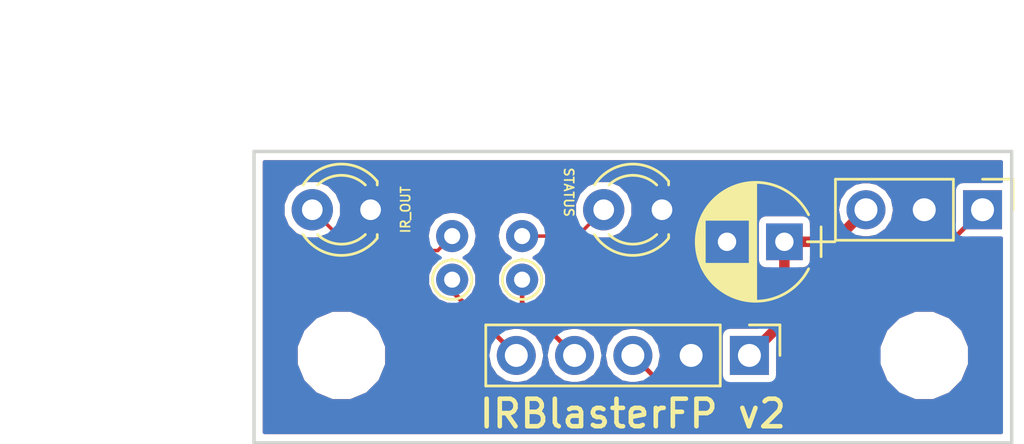
<source format=kicad_pcb>
(kicad_pcb (version 20171130) (host pcbnew "(5.0.1)-3")

  (general
    (thickness 1.6)
    (drawings 7)
    (tracks 20)
    (zones 0)
    (modules 9)
    (nets 8)
  )

  (page A4)
  (title_block
    (title "IRBlaster FP v2")
  )

  (layers
    (0 F.Cu signal)
    (31 B.Cu signal)
    (34 B.Paste user)
    (35 F.Paste user)
    (36 B.SilkS user)
    (37 F.SilkS user)
    (38 B.Mask user)
    (39 F.Mask user)
    (41 Cmts.User user)
    (44 Edge.Cuts user)
    (45 Margin user)
    (46 B.CrtYd user)
    (47 F.CrtYd user)
    (48 B.Fab user)
    (49 F.Fab user)
  )

  (setup
    (last_trace_width 0.1524)
    (trace_clearance 0.1524)
    (zone_clearance 0.3048)
    (zone_45_only no)
    (trace_min 0.1524)
    (segment_width 0.2)
    (edge_width 0.15)
    (via_size 0.6858)
    (via_drill 0.3302)
    (via_min_size 0.6858)
    (via_min_drill 0.3302)
    (uvia_size 0.508)
    (uvia_drill 0.254)
    (uvias_allowed no)
    (uvia_min_size 0.508)
    (uvia_min_drill 0.254)
    (pcb_text_width 0.3)
    (pcb_text_size 1.5 1.5)
    (mod_edge_width 0.15)
    (mod_text_size 1 1)
    (mod_text_width 0.15)
    (pad_size 1.524 1.524)
    (pad_drill 0.762)
    (pad_to_mask_clearance 0.0508)
    (solder_mask_min_width 0.25)
    (aux_axis_origin 0 0)
    (visible_elements 7FFFFF7F)
    (pcbplotparams
      (layerselection 0x00030_80000001)
      (usegerberextensions false)
      (usegerberattributes false)
      (usegerberadvancedattributes false)
      (creategerberjobfile false)
      (excludeedgelayer true)
      (linewidth 0.100000)
      (plotframeref false)
      (viasonmask false)
      (mode 1)
      (useauxorigin false)
      (hpglpennumber 1)
      (hpglpenspeed 20)
      (hpglpendiameter 15.000000)
      (psnegative false)
      (psa4output false)
      (plotreference true)
      (plotvalue true)
      (plotinvisibletext false)
      (padsonsilk false)
      (subtractmaskfromsilk false)
      (outputformat 1)
      (mirror false)
      (drillshape 1)
      (scaleselection 1)
      (outputdirectory ""))
  )

  (net 0 "")
  (net 1 /GND)
  (net 2 /3.3V)
  (net 3 /IR_OUT)
  (net 4 /STATUS)
  (net 5 /IR_IN)
  (net 6 "Net-(D1-Pad2)")
  (net 7 "Net-(D2-Pad2)")

  (net_class Default "This is the default net class."
    (clearance 0.1524)
    (trace_width 0.1524)
    (via_dia 0.6858)
    (via_drill 0.3302)
    (uvia_dia 0.508)
    (uvia_drill 0.254)
    (add_net "Net-(D1-Pad2)")
    (add_net "Net-(D2-Pad2)")
  )

  (net_class Power ""
    (clearance 0.1524)
    (trace_width 0.4572)
    (via_dia 0.6858)
    (via_drill 0.3302)
    (uvia_dia 0.508)
    (uvia_drill 0.254)
    (add_net /3.3V)
    (add_net /GND)
  )

  (net_class Signal ""
    (clearance 0.1524)
    (trace_width 0.2032)
    (via_dia 0.6858)
    (via_drill 0.3302)
    (uvia_dia 0.508)
    (uvia_drill 0.254)
    (add_net /IR_IN)
    (add_net /IR_OUT)
    (add_net /STATUS)
  )

  (module Resistors_THT:R_Axial_DIN0204_L3.6mm_D1.6mm_P1.90mm_Vertical (layer F.Cu) (tedit 5DC1D44B) (tstamp 5DC1DCD6)
    (at 147.574 97.028 90)
    (descr "Resistor, Axial_DIN0204 series, Axial, Vertical, pin pitch=1.9mm, 0.16666666666666666W = 1/6W, length*diameter=3.6*1.6mm^2, http://cdn-reichelt.de/documents/datenblatt/B400/1_4W%23YAG.pdf")
    (tags "Resistor Axial_DIN0204 series Axial Vertical pin pitch 1.9mm 0.16666666666666666W = 1/6W length 3.6mm diameter 1.6mm")
    (path /5DC1D326)
    (fp_text reference R2 (at 0 0 90) (layer F.Fab) hide
      (effects (font (size 1 1) (thickness 0.15)))
    )
    (fp_text value 750 (at 0 0 90) (layer F.Fab) hide
      (effects (font (size 1 1) (thickness 0.15)))
    )
    (fp_circle (center 0 0) (end 0.8 0) (layer F.Fab) (width 0.1))
    (fp_circle (center 0 0) (end 0.86 0) (layer F.SilkS) (width 0.12))
    (fp_line (start 0 0) (end 1.9 0) (layer F.Fab) (width 0.1))
    (fp_line (start 0.86 0) (end 0.9 0) (layer F.SilkS) (width 0.12))
    (fp_line (start -1.15 -1.15) (end -1.15 1.15) (layer F.CrtYd) (width 0.05))
    (fp_line (start -1.15 1.15) (end 2.95 1.15) (layer F.CrtYd) (width 0.05))
    (fp_line (start 2.95 1.15) (end 2.95 -1.15) (layer F.CrtYd) (width 0.05))
    (fp_line (start 2.95 -1.15) (end -1.15 -1.15) (layer F.CrtYd) (width 0.05))
    (pad 1 thru_hole circle (at 0 0 90) (size 1.4 1.4) (drill 0.7) (layers *.Cu *.Mask)
      (net 4 /STATUS))
    (pad 2 thru_hole oval (at 1.9 0 90) (size 1.4 1.4) (drill 0.7) (layers *.Cu *.Mask)
      (net 7 "Net-(D2-Pad2)"))
    (model ${KISYS3DMOD}/Resistors_THT.3dshapes/R_Axial_DIN0204_L3.6mm_D1.6mm_P1.90mm_Vertical.wrl
      (at (xyz 0 0 0))
      (scale (xyz 0.393701 0.393701 0.393701))
      (rotate (xyz 0 0 0))
    )
  )

  (module Resistors_THT:R_Axial_DIN0204_L3.6mm_D1.6mm_P1.90mm_Vertical (layer F.Cu) (tedit 5DC1D445) (tstamp 5DD9B82F)
    (at 144.526 97.028 90)
    (descr "Resistor, Axial_DIN0204 series, Axial, Vertical, pin pitch=1.9mm, 0.16666666666666666W = 1/6W, length*diameter=3.6*1.6mm^2, http://cdn-reichelt.de/documents/datenblatt/B400/1_4W%23YAG.pdf")
    (tags "Resistor Axial_DIN0204 series Axial Vertical pin pitch 1.9mm 0.16666666666666666W = 1/6W length 3.6mm diameter 1.6mm")
    (path /5DC1D2DC)
    (fp_text reference R1 (at 0 0 90) (layer F.Fab) hide
      (effects (font (size 1 1) (thickness 0.15)))
    )
    (fp_text value 750 (at 0 0 90) (layer F.Fab) hide
      (effects (font (size 1 1) (thickness 0.15)))
    )
    (fp_line (start 2.95 -1.15) (end -1.15 -1.15) (layer F.CrtYd) (width 0.05))
    (fp_line (start 2.95 1.15) (end 2.95 -1.15) (layer F.CrtYd) (width 0.05))
    (fp_line (start -1.15 1.15) (end 2.95 1.15) (layer F.CrtYd) (width 0.05))
    (fp_line (start -1.15 -1.15) (end -1.15 1.15) (layer F.CrtYd) (width 0.05))
    (fp_line (start 0.86 0) (end 0.9 0) (layer F.SilkS) (width 0.12))
    (fp_line (start 0 0) (end 1.9 0) (layer F.Fab) (width 0.1))
    (fp_circle (center 0 0) (end 0.86 0) (layer F.SilkS) (width 0.12))
    (fp_circle (center 0 0) (end 0.8 0) (layer F.Fab) (width 0.1))
    (pad 2 thru_hole oval (at 1.9 0 90) (size 1.4 1.4) (drill 0.7) (layers *.Cu *.Mask)
      (net 6 "Net-(D1-Pad2)"))
    (pad 1 thru_hole circle (at 0 0 90) (size 1.4 1.4) (drill 0.7) (layers *.Cu *.Mask)
      (net 3 /IR_OUT))
    (model ${KISYS3DMOD}/Resistors_THT.3dshapes/R_Axial_DIN0204_L3.6mm_D1.6mm_P1.90mm_Vertical.wrl
      (at (xyz 0 0 0))
      (scale (xyz 0.393701 0.393701 0.393701))
      (rotate (xyz 0 0 0))
    )
  )

  (module Mounting_Holes:MountingHole_3.2mm_M3 (layer F.Cu) (tedit 5DC1CE6D) (tstamp 5DC1D664)
    (at 165.1 100.33)
    (descr "Mounting Hole 3.2mm, no annular, M3")
    (tags "mounting hole 3.2mm no annular m3")
    (attr virtual)
    (fp_text reference REF** (at 0 0) (layer F.Fab) hide
      (effects (font (size 1 1) (thickness 0.15)))
    )
    (fp_text value MountingHole_3.2mm_M3 (at 0 4.2) (layer F.Fab) hide
      (effects (font (size 1 1) (thickness 0.15)))
    )
    (fp_circle (center 0 0) (end 3.45 0) (layer F.CrtYd) (width 0.05))
    (fp_circle (center 0 0) (end 3.2 0) (layer Cmts.User) (width 0.15))
    (fp_text user %R (at 0.3 0) (layer F.Fab) hide
      (effects (font (size 1 1) (thickness 0.15)))
    )
    (pad 1 np_thru_hole circle (at 0 0) (size 3.2 3.2) (drill 3.2) (layers *.Cu *.Mask))
  )

  (module LEDs:LED_D3.0mm (layer F.Cu) (tedit 5DC1CBE7) (tstamp 5DC1CB3D)
    (at 140.97 93.98 180)
    (descr "LED, diameter 3.0mm, 2 pins")
    (tags "LED diameter 3.0mm 2 pins")
    (path /5DBC6F3B)
    (fp_text reference D1 (at 0 0 180) (layer F.Fab) hide
      (effects (font (size 1 1) (thickness 0.15)))
    )
    (fp_text value IR_OUT (at -1.524 0 270) (layer F.SilkS)
      (effects (font (size 0.4 0.4) (thickness 0.075)))
    )
    (fp_line (start 3.7 -2.25) (end -1.15 -2.25) (layer F.CrtYd) (width 0.05))
    (fp_line (start 3.7 2.25) (end 3.7 -2.25) (layer F.CrtYd) (width 0.05))
    (fp_line (start -1.15 2.25) (end 3.7 2.25) (layer F.CrtYd) (width 0.05))
    (fp_line (start -1.15 -2.25) (end -1.15 2.25) (layer F.CrtYd) (width 0.05))
    (fp_line (start -0.29 1.08) (end -0.29 1.236) (layer F.SilkS) (width 0.12))
    (fp_line (start -0.29 -1.236) (end -0.29 -1.08) (layer F.SilkS) (width 0.12))
    (fp_line (start -0.23 -1.16619) (end -0.23 1.16619) (layer F.Fab) (width 0.1))
    (fp_circle (center 1.27 0) (end 2.77 0) (layer F.Fab) (width 0.1))
    (fp_arc (start 1.27 0) (end 0.229039 1.08) (angle -87.9) (layer F.SilkS) (width 0.12))
    (fp_arc (start 1.27 0) (end 0.229039 -1.08) (angle 87.9) (layer F.SilkS) (width 0.12))
    (fp_arc (start 1.27 0) (end -0.29 1.235516) (angle -108.8) (layer F.SilkS) (width 0.12))
    (fp_arc (start 1.27 0) (end -0.29 -1.235516) (angle 108.8) (layer F.SilkS) (width 0.12))
    (fp_arc (start 1.27 0) (end -0.23 -1.16619) (angle 284.3) (layer F.Fab) (width 0.1))
    (pad 2 thru_hole circle (at 2.54 0 180) (size 1.8 1.8) (drill 0.9) (layers *.Cu *.Mask)
      (net 6 "Net-(D1-Pad2)"))
    (pad 1 thru_hole rect (at 0 0 180) (size 1.8 1.8) (drill 0.9) (layers *.Cu *.Mask)
      (net 1 /GND))
    (model ${KISYS3DMOD}/LEDs.3dshapes/LED_D3.0mm.wrl
      (at (xyz 0 0 0))
      (scale (xyz 0.393701 0.393701 0.393701))
      (rotate (xyz 0 0 0))
    )
  )

  (module LEDs:LED_D3.0mm (layer F.Cu) (tedit 5DC1D17D) (tstamp 5DC1CB50)
    (at 153.67 93.98 180)
    (descr "LED, diameter 3.0mm, 2 pins")
    (tags "LED diameter 3.0mm 2 pins")
    (path /5DBC71CC)
    (fp_text reference D2 (at 0 0 180) (layer F.Fab) hide
      (effects (font (size 1 1) (thickness 0.15)))
    )
    (fp_text value STATUS (at 4.064 0.762 270 unlocked) (layer F.SilkS)
      (effects (font (size 0.4 0.4) (thickness 0.075)))
    )
    (fp_arc (start 1.27 0) (end -0.23 -1.16619) (angle 284.3) (layer F.Fab) (width 0.1))
    (fp_arc (start 1.27 0) (end -0.29 -1.235516) (angle 108.8) (layer F.SilkS) (width 0.12))
    (fp_arc (start 1.27 0) (end -0.29 1.235516) (angle -108.8) (layer F.SilkS) (width 0.12))
    (fp_arc (start 1.27 0) (end 0.229039 -1.08) (angle 87.9) (layer F.SilkS) (width 0.12))
    (fp_arc (start 1.27 0) (end 0.229039 1.08) (angle -87.9) (layer F.SilkS) (width 0.12))
    (fp_circle (center 1.27 0) (end 2.77 0) (layer F.Fab) (width 0.1))
    (fp_line (start -0.23 -1.16619) (end -0.23 1.16619) (layer F.Fab) (width 0.1))
    (fp_line (start -0.29 -1.236) (end -0.29 -1.08) (layer F.SilkS) (width 0.12))
    (fp_line (start -0.29 1.08) (end -0.29 1.236) (layer F.SilkS) (width 0.12))
    (fp_line (start -1.15 -2.25) (end -1.15 2.25) (layer F.CrtYd) (width 0.05))
    (fp_line (start -1.15 2.25) (end 3.7 2.25) (layer F.CrtYd) (width 0.05))
    (fp_line (start 3.7 2.25) (end 3.7 -2.25) (layer F.CrtYd) (width 0.05))
    (fp_line (start 3.7 -2.25) (end -1.15 -2.25) (layer F.CrtYd) (width 0.05))
    (pad 1 thru_hole rect (at 0 0 180) (size 1.8 1.8) (drill 0.9) (layers *.Cu *.Mask)
      (net 1 /GND))
    (pad 2 thru_hole circle (at 2.54 0 180) (size 1.8 1.8) (drill 0.9) (layers *.Cu *.Mask)
      (net 7 "Net-(D2-Pad2)"))
    (model ${KISYS3DMOD}/LEDs.3dshapes/LED_D3.0mm.wrl
      (at (xyz 0 0 0))
      (scale (xyz 0.393701 0.393701 0.393701))
      (rotate (xyz 0 0 0))
    )
  )

  (module Pin_Headers:Pin_Header_Straight_1x05_Pitch2.54mm (layer F.Cu) (tedit 5DC1CF3C) (tstamp 5DC1CB69)
    (at 157.48 100.33 270)
    (descr "Through hole straight pin header, 1x05, 2.54mm pitch, single row")
    (tags "Through hole pin header THT 1x05 2.54mm single row")
    (path /5DBC76CB)
    (fp_text reference J1 (at 0 0 270) (layer F.Fab) hide
      (effects (font (size 1 1) (thickness 0.15)))
    )
    (fp_text value "Front Panel" (at 0 12.49 270) (layer F.Fab) hide
      (effects (font (size 1 1) (thickness 0.15)))
    )
    (fp_text user %R (at 0 5.08) (layer F.Fab) hide
      (effects (font (size 1 1) (thickness 0.15)))
    )
    (fp_line (start 1.8 -1.8) (end -1.8 -1.8) (layer F.CrtYd) (width 0.05))
    (fp_line (start 1.8 11.95) (end 1.8 -1.8) (layer F.CrtYd) (width 0.05))
    (fp_line (start -1.8 11.95) (end 1.8 11.95) (layer F.CrtYd) (width 0.05))
    (fp_line (start -1.8 -1.8) (end -1.8 11.95) (layer F.CrtYd) (width 0.05))
    (fp_line (start -1.33 -1.33) (end 0 -1.33) (layer F.SilkS) (width 0.12))
    (fp_line (start -1.33 0) (end -1.33 -1.33) (layer F.SilkS) (width 0.12))
    (fp_line (start -1.33 1.27) (end 1.33 1.27) (layer F.SilkS) (width 0.12))
    (fp_line (start 1.33 1.27) (end 1.33 11.49) (layer F.SilkS) (width 0.12))
    (fp_line (start -1.33 1.27) (end -1.33 11.49) (layer F.SilkS) (width 0.12))
    (fp_line (start -1.33 11.49) (end 1.33 11.49) (layer F.SilkS) (width 0.12))
    (fp_line (start -1.27 -0.635) (end -0.635 -1.27) (layer F.Fab) (width 0.1))
    (fp_line (start -1.27 11.43) (end -1.27 -0.635) (layer F.Fab) (width 0.1))
    (fp_line (start 1.27 11.43) (end -1.27 11.43) (layer F.Fab) (width 0.1))
    (fp_line (start 1.27 -1.27) (end 1.27 11.43) (layer F.Fab) (width 0.1))
    (fp_line (start -0.635 -1.27) (end 1.27 -1.27) (layer F.Fab) (width 0.1))
    (pad 5 thru_hole oval (at 0 10.16 270) (size 1.7 1.7) (drill 1) (layers *.Cu *.Mask)
      (net 3 /IR_OUT))
    (pad 4 thru_hole oval (at 0 7.62 270) (size 1.7 1.7) (drill 1) (layers *.Cu *.Mask)
      (net 4 /STATUS))
    (pad 3 thru_hole oval (at 0 5.08 270) (size 1.7 1.7) (drill 1) (layers *.Cu *.Mask)
      (net 5 /IR_IN))
    (pad 2 thru_hole oval (at 0 2.54 270) (size 1.7 1.7) (drill 1) (layers *.Cu *.Mask)
      (net 1 /GND))
    (pad 1 thru_hole rect (at 0 0 270) (size 1.7 1.7) (drill 1) (layers *.Cu *.Mask)
      (net 2 /3.3V))
    (model ${KISYS3DMOD}/Pin_Headers.3dshapes/Pin_Header_Straight_1x05_Pitch2.54mm.wrl
      (at (xyz 0 0 0))
      (scale (xyz 1 1 1))
      (rotate (xyz 0 0 0))
    )
  )

  (module Pin_Headers:Pin_Header_Straight_1x03_Pitch2.54mm (layer F.Cu) (tedit 5DC1CBA7) (tstamp 5DC1CB80)
    (at 167.64 93.98 270)
    (descr "Through hole straight pin header, 1x03, 2.54mm pitch, single row")
    (tags "Through hole pin header THT 1x03 2.54mm single row")
    (path /5DBC6E83)
    (fp_text reference U1 (at 0 0 270) (layer F.Fab) hide
      (effects (font (size 1 1) (thickness 0.15)))
    )
    (fp_text value TSOP38238 (at 0 2.54 unlocked) (layer F.Fab) hide
      (effects (font (size 1 1) (thickness 0.15)))
    )
    (fp_text user %R (at 0 2.54) (layer F.Fab) hide
      (effects (font (size 1 1) (thickness 0.15)))
    )
    (fp_line (start 1.8 -1.8) (end -1.8 -1.8) (layer F.CrtYd) (width 0.05))
    (fp_line (start 1.8 6.85) (end 1.8 -1.8) (layer F.CrtYd) (width 0.05))
    (fp_line (start -1.8 6.85) (end 1.8 6.85) (layer F.CrtYd) (width 0.05))
    (fp_line (start -1.8 -1.8) (end -1.8 6.85) (layer F.CrtYd) (width 0.05))
    (fp_line (start -1.33 -1.33) (end 0 -1.33) (layer F.SilkS) (width 0.12))
    (fp_line (start -1.33 0) (end -1.33 -1.33) (layer F.SilkS) (width 0.12))
    (fp_line (start -1.33 1.27) (end 1.33 1.27) (layer F.SilkS) (width 0.12))
    (fp_line (start 1.33 1.27) (end 1.33 6.41) (layer F.SilkS) (width 0.12))
    (fp_line (start -1.33 1.27) (end -1.33 6.41) (layer F.SilkS) (width 0.12))
    (fp_line (start -1.33 6.41) (end 1.33 6.41) (layer F.SilkS) (width 0.12))
    (fp_line (start -1.27 -0.635) (end -0.635 -1.27) (layer F.Fab) (width 0.1))
    (fp_line (start -1.27 6.35) (end -1.27 -0.635) (layer F.Fab) (width 0.1))
    (fp_line (start 1.27 6.35) (end -1.27 6.35) (layer F.Fab) (width 0.1))
    (fp_line (start 1.27 -1.27) (end 1.27 6.35) (layer F.Fab) (width 0.1))
    (fp_line (start -0.635 -1.27) (end 1.27 -1.27) (layer F.Fab) (width 0.1))
    (pad 3 thru_hole oval (at 0 5.08 270) (size 1.7 1.7) (drill 1) (layers *.Cu *.Mask)
      (net 2 /3.3V))
    (pad 2 thru_hole oval (at 0 2.54 270) (size 1.7 1.7) (drill 1) (layers *.Cu *.Mask)
      (net 1 /GND))
    (pad 1 thru_hole rect (at 0 0 270) (size 1.7 1.7) (drill 1) (layers *.Cu *.Mask)
      (net 5 /IR_IN))
    (model ${KISYS3DMOD}/Pin_Headers.3dshapes/Pin_Header_Straight_1x03_Pitch2.54mm.wrl
      (at (xyz 0 0 0))
      (scale (xyz 1 1 1))
      (rotate (xyz 0 0 0))
    )
  )

  (module Capacitors_THT:CP_Radial_D5.0mm_P2.50mm (layer F.Cu) (tedit 5DC1CEA0) (tstamp 5DC1D478)
    (at 159.004 95.377 180)
    (descr "CP, Radial series, Radial, pin pitch=2.50mm, , diameter=5mm, Electrolytic Capacitor")
    (tags "CP Radial series Radial pin pitch 2.50mm  diameter 5mm Electrolytic Capacitor")
    (path /5DC1CE96)
    (fp_text reference C1 (at 0 0 180) (layer F.Fab) hide
      (effects (font (size 1 1) (thickness 0.15)))
    )
    (fp_text value 1uF (at 0 0 180) (layer F.Fab) hide
      (effects (font (size 1 1) (thickness 0.15)))
    )
    (fp_text user %R (at 1.25 0 180) (layer F.Fab) hide
      (effects (font (size 1 1) (thickness 0.15)))
    )
    (fp_line (start 4.1 -2.85) (end -1.6 -2.85) (layer F.CrtYd) (width 0.05))
    (fp_line (start 4.1 2.85) (end 4.1 -2.85) (layer F.CrtYd) (width 0.05))
    (fp_line (start -1.6 2.85) (end 4.1 2.85) (layer F.CrtYd) (width 0.05))
    (fp_line (start -1.6 -2.85) (end -1.6 2.85) (layer F.CrtYd) (width 0.05))
    (fp_line (start -1.6 -0.65) (end -1.6 0.65) (layer F.SilkS) (width 0.12))
    (fp_line (start -2.2 0) (end -1 0) (layer F.SilkS) (width 0.12))
    (fp_line (start 3.811 -0.354) (end 3.811 0.354) (layer F.SilkS) (width 0.12))
    (fp_line (start 3.771 -0.559) (end 3.771 0.559) (layer F.SilkS) (width 0.12))
    (fp_line (start 3.731 -0.707) (end 3.731 0.707) (layer F.SilkS) (width 0.12))
    (fp_line (start 3.691 -0.829) (end 3.691 0.829) (layer F.SilkS) (width 0.12))
    (fp_line (start 3.651 -0.934) (end 3.651 0.934) (layer F.SilkS) (width 0.12))
    (fp_line (start 3.611 -1.028) (end 3.611 1.028) (layer F.SilkS) (width 0.12))
    (fp_line (start 3.571 -1.112) (end 3.571 1.112) (layer F.SilkS) (width 0.12))
    (fp_line (start 3.531 -1.189) (end 3.531 1.189) (layer F.SilkS) (width 0.12))
    (fp_line (start 3.491 -1.261) (end 3.491 1.261) (layer F.SilkS) (width 0.12))
    (fp_line (start 3.451 0.98) (end 3.451 1.327) (layer F.SilkS) (width 0.12))
    (fp_line (start 3.451 -1.327) (end 3.451 -0.98) (layer F.SilkS) (width 0.12))
    (fp_line (start 3.411 0.98) (end 3.411 1.39) (layer F.SilkS) (width 0.12))
    (fp_line (start 3.411 -1.39) (end 3.411 -0.98) (layer F.SilkS) (width 0.12))
    (fp_line (start 3.371 0.98) (end 3.371 1.448) (layer F.SilkS) (width 0.12))
    (fp_line (start 3.371 -1.448) (end 3.371 -0.98) (layer F.SilkS) (width 0.12))
    (fp_line (start 3.331 0.98) (end 3.331 1.504) (layer F.SilkS) (width 0.12))
    (fp_line (start 3.331 -1.504) (end 3.331 -0.98) (layer F.SilkS) (width 0.12))
    (fp_line (start 3.291 0.98) (end 3.291 1.556) (layer F.SilkS) (width 0.12))
    (fp_line (start 3.291 -1.556) (end 3.291 -0.98) (layer F.SilkS) (width 0.12))
    (fp_line (start 3.251 0.98) (end 3.251 1.606) (layer F.SilkS) (width 0.12))
    (fp_line (start 3.251 -1.606) (end 3.251 -0.98) (layer F.SilkS) (width 0.12))
    (fp_line (start 3.211 0.98) (end 3.211 1.654) (layer F.SilkS) (width 0.12))
    (fp_line (start 3.211 -1.654) (end 3.211 -0.98) (layer F.SilkS) (width 0.12))
    (fp_line (start 3.171 0.98) (end 3.171 1.699) (layer F.SilkS) (width 0.12))
    (fp_line (start 3.171 -1.699) (end 3.171 -0.98) (layer F.SilkS) (width 0.12))
    (fp_line (start 3.131 0.98) (end 3.131 1.742) (layer F.SilkS) (width 0.12))
    (fp_line (start 3.131 -1.742) (end 3.131 -0.98) (layer F.SilkS) (width 0.12))
    (fp_line (start 3.091 0.98) (end 3.091 1.783) (layer F.SilkS) (width 0.12))
    (fp_line (start 3.091 -1.783) (end 3.091 -0.98) (layer F.SilkS) (width 0.12))
    (fp_line (start 3.051 0.98) (end 3.051 1.823) (layer F.SilkS) (width 0.12))
    (fp_line (start 3.051 -1.823) (end 3.051 -0.98) (layer F.SilkS) (width 0.12))
    (fp_line (start 3.011 0.98) (end 3.011 1.861) (layer F.SilkS) (width 0.12))
    (fp_line (start 3.011 -1.861) (end 3.011 -0.98) (layer F.SilkS) (width 0.12))
    (fp_line (start 2.971 0.98) (end 2.971 1.897) (layer F.SilkS) (width 0.12))
    (fp_line (start 2.971 -1.897) (end 2.971 -0.98) (layer F.SilkS) (width 0.12))
    (fp_line (start 2.931 0.98) (end 2.931 1.932) (layer F.SilkS) (width 0.12))
    (fp_line (start 2.931 -1.932) (end 2.931 -0.98) (layer F.SilkS) (width 0.12))
    (fp_line (start 2.891 0.98) (end 2.891 1.965) (layer F.SilkS) (width 0.12))
    (fp_line (start 2.891 -1.965) (end 2.891 -0.98) (layer F.SilkS) (width 0.12))
    (fp_line (start 2.851 0.98) (end 2.851 1.997) (layer F.SilkS) (width 0.12))
    (fp_line (start 2.851 -1.997) (end 2.851 -0.98) (layer F.SilkS) (width 0.12))
    (fp_line (start 2.811 0.98) (end 2.811 2.028) (layer F.SilkS) (width 0.12))
    (fp_line (start 2.811 -2.028) (end 2.811 -0.98) (layer F.SilkS) (width 0.12))
    (fp_line (start 2.771 0.98) (end 2.771 2.058) (layer F.SilkS) (width 0.12))
    (fp_line (start 2.771 -2.058) (end 2.771 -0.98) (layer F.SilkS) (width 0.12))
    (fp_line (start 2.731 0.98) (end 2.731 2.086) (layer F.SilkS) (width 0.12))
    (fp_line (start 2.731 -2.086) (end 2.731 -0.98) (layer F.SilkS) (width 0.12))
    (fp_line (start 2.691 0.98) (end 2.691 2.113) (layer F.SilkS) (width 0.12))
    (fp_line (start 2.691 -2.113) (end 2.691 -0.98) (layer F.SilkS) (width 0.12))
    (fp_line (start 2.651 0.98) (end 2.651 2.14) (layer F.SilkS) (width 0.12))
    (fp_line (start 2.651 -2.14) (end 2.651 -0.98) (layer F.SilkS) (width 0.12))
    (fp_line (start 2.611 0.98) (end 2.611 2.165) (layer F.SilkS) (width 0.12))
    (fp_line (start 2.611 -2.165) (end 2.611 -0.98) (layer F.SilkS) (width 0.12))
    (fp_line (start 2.571 0.98) (end 2.571 2.189) (layer F.SilkS) (width 0.12))
    (fp_line (start 2.571 -2.189) (end 2.571 -0.98) (layer F.SilkS) (width 0.12))
    (fp_line (start 2.531 0.98) (end 2.531 2.212) (layer F.SilkS) (width 0.12))
    (fp_line (start 2.531 -2.212) (end 2.531 -0.98) (layer F.SilkS) (width 0.12))
    (fp_line (start 2.491 0.98) (end 2.491 2.234) (layer F.SilkS) (width 0.12))
    (fp_line (start 2.491 -2.234) (end 2.491 -0.98) (layer F.SilkS) (width 0.12))
    (fp_line (start 2.451 0.98) (end 2.451 2.256) (layer F.SilkS) (width 0.12))
    (fp_line (start 2.451 -2.256) (end 2.451 -0.98) (layer F.SilkS) (width 0.12))
    (fp_line (start 2.411 0.98) (end 2.411 2.276) (layer F.SilkS) (width 0.12))
    (fp_line (start 2.411 -2.276) (end 2.411 -0.98) (layer F.SilkS) (width 0.12))
    (fp_line (start 2.371 0.98) (end 2.371 2.296) (layer F.SilkS) (width 0.12))
    (fp_line (start 2.371 -2.296) (end 2.371 -0.98) (layer F.SilkS) (width 0.12))
    (fp_line (start 2.331 0.98) (end 2.331 2.315) (layer F.SilkS) (width 0.12))
    (fp_line (start 2.331 -2.315) (end 2.331 -0.98) (layer F.SilkS) (width 0.12))
    (fp_line (start 2.291 0.98) (end 2.291 2.333) (layer F.SilkS) (width 0.12))
    (fp_line (start 2.291 -2.333) (end 2.291 -0.98) (layer F.SilkS) (width 0.12))
    (fp_line (start 2.251 0.98) (end 2.251 2.35) (layer F.SilkS) (width 0.12))
    (fp_line (start 2.251 -2.35) (end 2.251 -0.98) (layer F.SilkS) (width 0.12))
    (fp_line (start 2.211 0.98) (end 2.211 2.366) (layer F.SilkS) (width 0.12))
    (fp_line (start 2.211 -2.366) (end 2.211 -0.98) (layer F.SilkS) (width 0.12))
    (fp_line (start 2.171 0.98) (end 2.171 2.382) (layer F.SilkS) (width 0.12))
    (fp_line (start 2.171 -2.382) (end 2.171 -0.98) (layer F.SilkS) (width 0.12))
    (fp_line (start 2.131 0.98) (end 2.131 2.396) (layer F.SilkS) (width 0.12))
    (fp_line (start 2.131 -2.396) (end 2.131 -0.98) (layer F.SilkS) (width 0.12))
    (fp_line (start 2.091 0.98) (end 2.091 2.41) (layer F.SilkS) (width 0.12))
    (fp_line (start 2.091 -2.41) (end 2.091 -0.98) (layer F.SilkS) (width 0.12))
    (fp_line (start 2.051 0.98) (end 2.051 2.424) (layer F.SilkS) (width 0.12))
    (fp_line (start 2.051 -2.424) (end 2.051 -0.98) (layer F.SilkS) (width 0.12))
    (fp_line (start 2.011 0.98) (end 2.011 2.436) (layer F.SilkS) (width 0.12))
    (fp_line (start 2.011 -2.436) (end 2.011 -0.98) (layer F.SilkS) (width 0.12))
    (fp_line (start 1.971 0.98) (end 1.971 2.448) (layer F.SilkS) (width 0.12))
    (fp_line (start 1.971 -2.448) (end 1.971 -0.98) (layer F.SilkS) (width 0.12))
    (fp_line (start 1.93 0.98) (end 1.93 2.46) (layer F.SilkS) (width 0.12))
    (fp_line (start 1.93 -2.46) (end 1.93 -0.98) (layer F.SilkS) (width 0.12))
    (fp_line (start 1.89 0.98) (end 1.89 2.47) (layer F.SilkS) (width 0.12))
    (fp_line (start 1.89 -2.47) (end 1.89 -0.98) (layer F.SilkS) (width 0.12))
    (fp_line (start 1.85 0.98) (end 1.85 2.48) (layer F.SilkS) (width 0.12))
    (fp_line (start 1.85 -2.48) (end 1.85 -0.98) (layer F.SilkS) (width 0.12))
    (fp_line (start 1.81 0.98) (end 1.81 2.489) (layer F.SilkS) (width 0.12))
    (fp_line (start 1.81 -2.489) (end 1.81 -0.98) (layer F.SilkS) (width 0.12))
    (fp_line (start 1.77 0.98) (end 1.77 2.498) (layer F.SilkS) (width 0.12))
    (fp_line (start 1.77 -2.498) (end 1.77 -0.98) (layer F.SilkS) (width 0.12))
    (fp_line (start 1.73 0.98) (end 1.73 2.506) (layer F.SilkS) (width 0.12))
    (fp_line (start 1.73 -2.506) (end 1.73 -0.98) (layer F.SilkS) (width 0.12))
    (fp_line (start 1.69 0.98) (end 1.69 2.513) (layer F.SilkS) (width 0.12))
    (fp_line (start 1.69 -2.513) (end 1.69 -0.98) (layer F.SilkS) (width 0.12))
    (fp_line (start 1.65 0.98) (end 1.65 2.519) (layer F.SilkS) (width 0.12))
    (fp_line (start 1.65 -2.519) (end 1.65 -0.98) (layer F.SilkS) (width 0.12))
    (fp_line (start 1.61 0.98) (end 1.61 2.525) (layer F.SilkS) (width 0.12))
    (fp_line (start 1.61 -2.525) (end 1.61 -0.98) (layer F.SilkS) (width 0.12))
    (fp_line (start 1.57 0.98) (end 1.57 2.531) (layer F.SilkS) (width 0.12))
    (fp_line (start 1.57 -2.531) (end 1.57 -0.98) (layer F.SilkS) (width 0.12))
    (fp_line (start 1.53 0.98) (end 1.53 2.535) (layer F.SilkS) (width 0.12))
    (fp_line (start 1.53 -2.535) (end 1.53 -0.98) (layer F.SilkS) (width 0.12))
    (fp_line (start 1.49 -2.539) (end 1.49 2.539) (layer F.SilkS) (width 0.12))
    (fp_line (start 1.45 -2.543) (end 1.45 2.543) (layer F.SilkS) (width 0.12))
    (fp_line (start 1.41 -2.546) (end 1.41 2.546) (layer F.SilkS) (width 0.12))
    (fp_line (start 1.37 -2.548) (end 1.37 2.548) (layer F.SilkS) (width 0.12))
    (fp_line (start 1.33 -2.549) (end 1.33 2.549) (layer F.SilkS) (width 0.12))
    (fp_line (start 1.29 -2.55) (end 1.29 2.55) (layer F.SilkS) (width 0.12))
    (fp_line (start 1.25 -2.55) (end 1.25 2.55) (layer F.SilkS) (width 0.12))
    (fp_line (start -1.6 -0.65) (end -1.6 0.65) (layer F.Fab) (width 0.1))
    (fp_line (start -2.2 0) (end -1 0) (layer F.Fab) (width 0.1))
    (fp_circle (center 1.25 0) (end 3.75 0) (layer F.Fab) (width 0.1))
    (fp_arc (start 1.25 0) (end 3.55558 -1.18) (angle 54.2) (layer F.SilkS) (width 0.12))
    (fp_arc (start 1.25 0) (end -1.05558 1.18) (angle -125.8) (layer F.SilkS) (width 0.12))
    (fp_arc (start 1.25 0) (end -1.05558 -1.18) (angle 125.8) (layer F.SilkS) (width 0.12))
    (pad 2 thru_hole circle (at 2.5 0 180) (size 1.6 1.6) (drill 0.8) (layers *.Cu *.Mask)
      (net 1 /GND))
    (pad 1 thru_hole rect (at 0 0 180) (size 1.6 1.6) (drill 0.8) (layers *.Cu *.Mask)
      (net 2 /3.3V))
    (model ${KISYS3DMOD}/Capacitors_THT.3dshapes/CP_Radial_D5.0mm_P2.50mm.wrl
      (at (xyz 0 0 0))
      (scale (xyz 1 1 1))
      (rotate (xyz 0 0 0))
    )
  )

  (module Mounting_Holes:MountingHole_3.2mm_M3 (layer F.Cu) (tedit 5DC1CE6D) (tstamp 5DC1D609)
    (at 139.7 100.33)
    (descr "Mounting Hole 3.2mm, no annular, M3")
    (tags "mounting hole 3.2mm no annular m3")
    (attr virtual)
    (fp_text reference REF** (at 0 0) (layer F.Fab) hide
      (effects (font (size 1 1) (thickness 0.15)))
    )
    (fp_text value MountingHole_3.2mm_M3 (at 0 4.2) (layer F.Fab) hide
      (effects (font (size 1 1) (thickness 0.15)))
    )
    (fp_text user %R (at 0.3 0) (layer F.Fab) hide
      (effects (font (size 1 1) (thickness 0.15)))
    )
    (fp_circle (center 0 0) (end 3.2 0) (layer Cmts.User) (width 0.15))
    (fp_circle (center 0 0) (end 3.45 0) (layer F.CrtYd) (width 0.05))
    (pad 1 np_thru_hole circle (at 0 0) (size 3.2 3.2) (drill 3.2) (layers *.Cu *.Mask))
  )

  (gr_text "IRBlasterFP v2\n" (at 152.4 102.87) (layer F.SilkS)
    (effects (font (size 1.2 1.2) (thickness 0.2)))
  )
  (dimension 12.7 (width 0.15) (layer F.Fab)
    (gr_text "0.5000 in" (at 129.98 97.79 270) (layer F.Fab)
      (effects (font (size 1.5 1.5) (thickness 0.15)))
    )
    (feature1 (pts (xy 135.89 104.14) (xy 131.493579 104.14)))
    (feature2 (pts (xy 135.89 91.44) (xy 131.493579 91.44)))
    (crossbar (pts (xy 132.08 91.44) (xy 132.08 104.14)))
    (arrow1a (pts (xy 132.08 104.14) (xy 131.493579 103.013496)))
    (arrow1b (pts (xy 132.08 104.14) (xy 132.666421 103.013496)))
    (arrow2a (pts (xy 132.08 91.44) (xy 131.493579 92.566504)))
    (arrow2b (pts (xy 132.08 91.44) (xy 132.666421 92.566504)))
  )
  (dimension 33.02 (width 0.15) (layer F.Fab)
    (gr_text "1.3000 in" (at 152.4 85.53) (layer F.Fab)
      (effects (font (size 1.5 1.5) (thickness 0.15)))
    )
    (feature1 (pts (xy 168.91 91.44) (xy 168.91 87.043579)))
    (feature2 (pts (xy 135.89 91.44) (xy 135.89 87.043579)))
    (crossbar (pts (xy 135.89 87.63) (xy 168.91 87.63)))
    (arrow1a (pts (xy 168.91 87.63) (xy 167.783496 88.216421)))
    (arrow1b (pts (xy 168.91 87.63) (xy 167.783496 87.043579)))
    (arrow2a (pts (xy 135.89 87.63) (xy 137.016504 88.216421)))
    (arrow2b (pts (xy 135.89 87.63) (xy 137.016504 87.043579)))
  )
  (gr_line (start 168.91 91.44) (end 168.91 104.14) (layer Edge.Cuts) (width 0.15))
  (gr_line (start 135.89 91.44) (end 168.91 91.44) (layer Edge.Cuts) (width 0.15))
  (gr_line (start 135.89 104.14) (end 135.89 91.44) (layer Edge.Cuts) (width 0.15))
  (gr_line (start 168.91 104.14) (end 135.89 104.14) (layer Edge.Cuts) (width 0.15))

  (segment (start 159.004 98.806) (end 159.004 95.377) (width 0.4572) (layer F.Cu) (net 2))
  (segment (start 157.48 100.33) (end 159.004 98.806) (width 0.4572) (layer F.Cu) (net 2))
  (segment (start 161.163 95.377) (end 162.56 93.98) (width 0.4572) (layer F.Cu) (net 2))
  (segment (start 159.004 95.377) (end 161.163 95.377) (width 0.4572) (layer F.Cu) (net 2))
  (segment (start 144.526 97.536) (end 147.32 100.33) (width 0.2032) (layer F.Cu) (net 3))
  (segment (start 144.526 97.028) (end 144.526 97.536) (width 0.2032) (layer F.Cu) (net 3))
  (segment (start 147.574 98.044) (end 149.86 100.33) (width 0.2032) (layer F.Cu) (net 4))
  (segment (start 147.574 97.028) (end 147.574 98.044) (width 0.2032) (layer F.Cu) (net 4))
  (segment (start 152.4 100.33) (end 153.924 101.854) (width 0.2032) (layer F.Cu) (net 5))
  (segment (start 153.924 101.854) (end 158.75 101.854) (width 0.2032) (layer F.Cu) (net 5))
  (segment (start 158.75 101.854) (end 161.036 99.568) (width 0.2032) (layer F.Cu) (net 5))
  (segment (start 161.036 99.568) (end 161.036 98.298) (width 0.2032) (layer F.Cu) (net 5))
  (segment (start 161.036 98.298) (end 163.576 95.758) (width 0.2032) (layer F.Cu) (net 5))
  (segment (start 165.862 95.758) (end 167.64 93.98) (width 0.2032) (layer F.Cu) (net 5))
  (segment (start 163.576 95.758) (end 165.862 95.758) (width 0.2032) (layer F.Cu) (net 5))
  (segment (start 138.43 93.98) (end 140.208 95.758) (width 0.1524) (layer F.Cu) (net 6))
  (segment (start 143.896 95.758) (end 144.526 95.128) (width 0.1524) (layer F.Cu) (net 6))
  (segment (start 140.208 95.758) (end 143.896 95.758) (width 0.1524) (layer F.Cu) (net 6))
  (segment (start 149.982 95.128) (end 151.13 93.98) (width 0.1524) (layer F.Cu) (net 7))
  (segment (start 147.574 95.128) (end 149.982 95.128) (width 0.1524) (layer F.Cu) (net 7))

  (zone (net 1) (net_name /GND) (layer F.Cu) (tstamp 0) (hatch edge 0.508)
    (connect_pads yes (clearance 0.3048))
    (min_thickness 0.1524)
    (fill yes (arc_segments 16) (thermal_gap 0.508) (thermal_bridge_width 0.508))
    (polygon
      (pts
        (xy 135.89 91.44) (xy 168.91 91.44) (xy 168.91 104.14) (xy 135.89 104.14)
      )
    )
    (filled_polygon
      (pts
        (xy 168.454 92.741536) (xy 166.79 92.741536) (xy 166.641341 92.771106) (xy 166.515314 92.855314) (xy 166.431106 92.981341)
        (xy 166.401536 93.13) (xy 166.401536 94.535965) (xy 165.662102 95.2754) (xy 163.623527 95.2754) (xy 163.575999 95.265946)
        (xy 163.528471 95.2754) (xy 163.387699 95.303401) (xy 163.228065 95.410065) (xy 163.20114 95.450361) (xy 160.728362 97.92314)
        (xy 160.688066 97.950065) (xy 160.625301 98.044) (xy 160.581402 98.109699) (xy 160.543946 98.298) (xy 160.553401 98.345532)
        (xy 160.5534 99.368101) (xy 158.712744 101.208758) (xy 158.718464 101.18) (xy 158.718464 99.95364) (xy 159.3926 99.279505)
        (xy 159.443497 99.245497) (xy 159.57823 99.043854) (xy 159.6136 98.866037) (xy 159.6136 98.866036) (xy 159.625542 98.806001)
        (xy 159.6136 98.745966) (xy 159.6136 96.565464) (xy 159.804 96.565464) (xy 159.952659 96.535894) (xy 160.078686 96.451686)
        (xy 160.162894 96.325659) (xy 160.192464 96.177) (xy 160.192464 95.9866) (xy 161.102964 95.9866) (xy 161.163 95.998542)
        (xy 161.223036 95.9866) (xy 161.223037 95.9866) (xy 161.400854 95.95123) (xy 161.602497 95.816497) (xy 161.636509 95.765594)
        (xy 162.232192 95.169911) (xy 162.438761 95.211) (xy 162.681239 95.211) (xy 163.040312 95.139576) (xy 163.447501 94.867501)
        (xy 163.719576 94.460312) (xy 163.815116 93.98) (xy 163.719576 93.499688) (xy 163.447501 93.092499) (xy 163.040312 92.820424)
        (xy 162.681239 92.749) (xy 162.438761 92.749) (xy 162.079688 92.820424) (xy 161.672499 93.092499) (xy 161.400424 93.499688)
        (xy 161.304884 93.98) (xy 161.370089 94.307808) (xy 160.910497 94.7674) (xy 160.192464 94.7674) (xy 160.192464 94.577)
        (xy 160.162894 94.428341) (xy 160.078686 94.302314) (xy 159.952659 94.218106) (xy 159.804 94.188536) (xy 158.204 94.188536)
        (xy 158.055341 94.218106) (xy 157.929314 94.302314) (xy 157.845106 94.428341) (xy 157.815536 94.577) (xy 157.815536 96.177)
        (xy 157.845106 96.325659) (xy 157.929314 96.451686) (xy 158.055341 96.535894) (xy 158.204 96.565464) (xy 158.394401 96.565464)
        (xy 158.3944 98.553495) (xy 157.85636 99.091536) (xy 156.63 99.091536) (xy 156.481341 99.121106) (xy 156.355314 99.205314)
        (xy 156.271106 99.331341) (xy 156.241536 99.48) (xy 156.241536 101.18) (xy 156.271106 101.328659) (xy 156.299664 101.3714)
        (xy 154.123899 101.3714) (xy 153.560113 100.807614) (xy 153.655116 100.33) (xy 153.559576 99.849688) (xy 153.287501 99.442499)
        (xy 152.880312 99.170424) (xy 152.521239 99.099) (xy 152.278761 99.099) (xy 151.919688 99.170424) (xy 151.512499 99.442499)
        (xy 151.240424 99.849688) (xy 151.144884 100.33) (xy 151.240424 100.810312) (xy 151.512499 101.217501) (xy 151.919688 101.489576)
        (xy 152.278761 101.561) (xy 152.521239 101.561) (xy 152.877614 101.490113) (xy 153.54914 102.161639) (xy 153.576065 102.201935)
        (xy 153.735699 102.308599) (xy 153.876471 102.3366) (xy 153.923999 102.346054) (xy 153.971527 102.3366) (xy 158.702472 102.3366)
        (xy 158.75 102.346054) (xy 158.797528 102.3366) (xy 158.797529 102.3366) (xy 158.938301 102.308599) (xy 159.097935 102.201935)
        (xy 159.124862 102.161636) (xy 161.34364 99.942859) (xy 161.353972 99.935955) (xy 163.119 99.935955) (xy 163.119 100.724045)
        (xy 163.420589 101.452146) (xy 163.977854 102.009411) (xy 164.705955 102.311) (xy 165.494045 102.311) (xy 166.222146 102.009411)
        (xy 166.779411 101.452146) (xy 167.081 100.724045) (xy 167.081 99.935955) (xy 166.779411 99.207854) (xy 166.222146 98.650589)
        (xy 165.494045 98.349) (xy 164.705955 98.349) (xy 163.977854 98.650589) (xy 163.420589 99.207854) (xy 163.119 99.935955)
        (xy 161.353972 99.935955) (xy 161.383935 99.915935) (xy 161.490599 99.756301) (xy 161.5186 99.615529) (xy 161.5186 99.615528)
        (xy 161.528054 99.568001) (xy 161.5186 99.520473) (xy 161.5186 98.497898) (xy 163.775899 96.2406) (xy 165.814472 96.2406)
        (xy 165.862 96.250054) (xy 165.909528 96.2406) (xy 165.909529 96.2406) (xy 166.050301 96.212599) (xy 166.209935 96.105935)
        (xy 166.236862 96.065636) (xy 167.084035 95.218464) (xy 168.454 95.218464) (xy 168.454001 103.684) (xy 136.346 103.684)
        (xy 136.346 99.935955) (xy 137.719 99.935955) (xy 137.719 100.724045) (xy 138.020589 101.452146) (xy 138.577854 102.009411)
        (xy 139.305955 102.311) (xy 140.094045 102.311) (xy 140.822146 102.009411) (xy 141.379411 101.452146) (xy 141.681 100.724045)
        (xy 141.681 99.935955) (xy 141.379411 99.207854) (xy 140.822146 98.650589) (xy 140.094045 98.349) (xy 139.305955 98.349)
        (xy 138.577854 98.650589) (xy 138.020589 99.207854) (xy 137.719 99.935955) (xy 136.346 99.935955) (xy 136.346 93.725193)
        (xy 137.149 93.725193) (xy 137.149 94.234807) (xy 137.344021 94.705628) (xy 137.704372 95.065979) (xy 138.175193 95.261)
        (xy 138.684807 95.261) (xy 138.953235 95.149813) (xy 139.852868 96.049446) (xy 139.878377 96.087623) (xy 140.012139 96.177)
        (xy 140.029609 96.188673) (xy 140.208 96.224157) (xy 140.25303 96.2152) (xy 143.810035 96.2152) (xy 143.609572 96.415663)
        (xy 143.445 96.812976) (xy 143.445 97.243024) (xy 143.609572 97.640337) (xy 143.913663 97.944428) (xy 144.310976 98.109)
        (xy 144.416502 98.109) (xy 146.159887 99.852387) (xy 146.064884 100.33) (xy 146.160424 100.810312) (xy 146.432499 101.217501)
        (xy 146.839688 101.489576) (xy 147.198761 101.561) (xy 147.441239 101.561) (xy 147.800312 101.489576) (xy 148.207501 101.217501)
        (xy 148.479576 100.810312) (xy 148.575116 100.33) (xy 148.479576 99.849688) (xy 148.207501 99.442499) (xy 147.800312 99.170424)
        (xy 147.441239 99.099) (xy 147.198761 99.099) (xy 146.842387 99.169887) (xy 145.377632 97.705133) (xy 145.442428 97.640337)
        (xy 145.607 97.243024) (xy 145.607 96.812976) (xy 145.442428 96.415663) (xy 145.138337 96.111572) (xy 145.052772 96.07613)
        (xy 145.305358 95.907358) (xy 145.54428 95.549785) (xy 145.628178 95.128) (xy 146.471822 95.128) (xy 146.55572 95.549785)
        (xy 146.794642 95.907358) (xy 147.047228 96.07613) (xy 146.961663 96.111572) (xy 146.657572 96.415663) (xy 146.493 96.812976)
        (xy 146.493 97.243024) (xy 146.657572 97.640337) (xy 146.961663 97.944428) (xy 147.091089 97.998038) (xy 147.081946 98.044)
        (xy 147.119297 98.231771) (xy 147.119402 98.232301) (xy 147.226066 98.391935) (xy 147.266362 98.41886) (xy 148.699887 99.852386)
        (xy 148.604884 100.33) (xy 148.700424 100.810312) (xy 148.972499 101.217501) (xy 149.379688 101.489576) (xy 149.738761 101.561)
        (xy 149.981239 101.561) (xy 150.340312 101.489576) (xy 150.747501 101.217501) (xy 151.019576 100.810312) (xy 151.115116 100.33)
        (xy 151.019576 99.849688) (xy 150.747501 99.442499) (xy 150.340312 99.170424) (xy 149.981239 99.099) (xy 149.738761 99.099)
        (xy 149.382386 99.169887) (xy 148.16554 97.953042) (xy 148.186337 97.944428) (xy 148.490428 97.640337) (xy 148.655 97.243024)
        (xy 148.655 96.812976) (xy 148.490428 96.415663) (xy 148.186337 96.111572) (xy 148.100772 96.07613) (xy 148.353358 95.907358)
        (xy 148.568617 95.5852) (xy 149.93697 95.5852) (xy 149.982 95.594157) (xy 150.02703 95.5852) (xy 150.160391 95.558673)
        (xy 150.311623 95.457623) (xy 150.337132 95.419446) (xy 150.606765 95.149813) (xy 150.875193 95.261) (xy 151.384807 95.261)
        (xy 151.855628 95.065979) (xy 152.215979 94.705628) (xy 152.411 94.234807) (xy 152.411 93.725193) (xy 152.215979 93.254372)
        (xy 151.855628 92.894021) (xy 151.384807 92.699) (xy 150.875193 92.699) (xy 150.404372 92.894021) (xy 150.044021 93.254372)
        (xy 149.849 93.725193) (xy 149.849 94.234807) (xy 149.960187 94.503235) (xy 149.792622 94.6708) (xy 148.568617 94.6708)
        (xy 148.353358 94.348642) (xy 147.995785 94.10972) (xy 147.680469 94.047) (xy 147.467531 94.047) (xy 147.152215 94.10972)
        (xy 146.794642 94.348642) (xy 146.55572 94.706215) (xy 146.471822 95.128) (xy 145.628178 95.128) (xy 145.54428 94.706215)
        (xy 145.305358 94.348642) (xy 144.947785 94.10972) (xy 144.632469 94.047) (xy 144.419531 94.047) (xy 144.104215 94.10972)
        (xy 143.746642 94.348642) (xy 143.50772 94.706215) (xy 143.423822 95.128) (xy 143.458194 95.3008) (xy 140.397378 95.3008)
        (xy 139.599813 94.503235) (xy 139.711 94.234807) (xy 139.711 93.725193) (xy 139.515979 93.254372) (xy 139.155628 92.894021)
        (xy 138.684807 92.699) (xy 138.175193 92.699) (xy 137.704372 92.894021) (xy 137.344021 93.254372) (xy 137.149 93.725193)
        (xy 136.346 93.725193) (xy 136.346 91.896) (xy 168.454 91.896)
      )
    )
  )
  (zone (net 1) (net_name /GND) (layer B.Cu) (tstamp 0) (hatch edge 0.508)
    (connect_pads yes (clearance 0.3048))
    (min_thickness 0.1524)
    (fill yes (arc_segments 16) (thermal_gap 0.508) (thermal_bridge_width 0.508))
    (polygon
      (pts
        (xy 135.89 91.44) (xy 168.91 91.44) (xy 168.91 104.14) (xy 135.89 104.14)
      )
    )
    (filled_polygon
      (pts
        (xy 168.454 92.741536) (xy 166.79 92.741536) (xy 166.641341 92.771106) (xy 166.515314 92.855314) (xy 166.431106 92.981341)
        (xy 166.401536 93.13) (xy 166.401536 94.83) (xy 166.431106 94.978659) (xy 166.515314 95.104686) (xy 166.641341 95.188894)
        (xy 166.79 95.218464) (xy 168.454 95.218464) (xy 168.454001 103.684) (xy 136.346 103.684) (xy 136.346 99.935955)
        (xy 137.719 99.935955) (xy 137.719 100.724045) (xy 138.020589 101.452146) (xy 138.577854 102.009411) (xy 139.305955 102.311)
        (xy 140.094045 102.311) (xy 140.822146 102.009411) (xy 141.379411 101.452146) (xy 141.681 100.724045) (xy 141.681 100.33)
        (xy 146.064884 100.33) (xy 146.160424 100.810312) (xy 146.432499 101.217501) (xy 146.839688 101.489576) (xy 147.198761 101.561)
        (xy 147.441239 101.561) (xy 147.800312 101.489576) (xy 148.207501 101.217501) (xy 148.479576 100.810312) (xy 148.575116 100.33)
        (xy 148.604884 100.33) (xy 148.700424 100.810312) (xy 148.972499 101.217501) (xy 149.379688 101.489576) (xy 149.738761 101.561)
        (xy 149.981239 101.561) (xy 150.340312 101.489576) (xy 150.747501 101.217501) (xy 151.019576 100.810312) (xy 151.115116 100.33)
        (xy 151.144884 100.33) (xy 151.240424 100.810312) (xy 151.512499 101.217501) (xy 151.919688 101.489576) (xy 152.278761 101.561)
        (xy 152.521239 101.561) (xy 152.880312 101.489576) (xy 153.287501 101.217501) (xy 153.559576 100.810312) (xy 153.655116 100.33)
        (xy 153.559576 99.849688) (xy 153.312559 99.48) (xy 156.241536 99.48) (xy 156.241536 101.18) (xy 156.271106 101.328659)
        (xy 156.355314 101.454686) (xy 156.481341 101.538894) (xy 156.63 101.568464) (xy 158.33 101.568464) (xy 158.478659 101.538894)
        (xy 158.604686 101.454686) (xy 158.688894 101.328659) (xy 158.718464 101.18) (xy 158.718464 99.935955) (xy 163.119 99.935955)
        (xy 163.119 100.724045) (xy 163.420589 101.452146) (xy 163.977854 102.009411) (xy 164.705955 102.311) (xy 165.494045 102.311)
        (xy 166.222146 102.009411) (xy 166.779411 101.452146) (xy 167.081 100.724045) (xy 167.081 99.935955) (xy 166.779411 99.207854)
        (xy 166.222146 98.650589) (xy 165.494045 98.349) (xy 164.705955 98.349) (xy 163.977854 98.650589) (xy 163.420589 99.207854)
        (xy 163.119 99.935955) (xy 158.718464 99.935955) (xy 158.718464 99.48) (xy 158.688894 99.331341) (xy 158.604686 99.205314)
        (xy 158.478659 99.121106) (xy 158.33 99.091536) (xy 156.63 99.091536) (xy 156.481341 99.121106) (xy 156.355314 99.205314)
        (xy 156.271106 99.331341) (xy 156.241536 99.48) (xy 153.312559 99.48) (xy 153.287501 99.442499) (xy 152.880312 99.170424)
        (xy 152.521239 99.099) (xy 152.278761 99.099) (xy 151.919688 99.170424) (xy 151.512499 99.442499) (xy 151.240424 99.849688)
        (xy 151.144884 100.33) (xy 151.115116 100.33) (xy 151.019576 99.849688) (xy 150.747501 99.442499) (xy 150.340312 99.170424)
        (xy 149.981239 99.099) (xy 149.738761 99.099) (xy 149.379688 99.170424) (xy 148.972499 99.442499) (xy 148.700424 99.849688)
        (xy 148.604884 100.33) (xy 148.575116 100.33) (xy 148.479576 99.849688) (xy 148.207501 99.442499) (xy 147.800312 99.170424)
        (xy 147.441239 99.099) (xy 147.198761 99.099) (xy 146.839688 99.170424) (xy 146.432499 99.442499) (xy 146.160424 99.849688)
        (xy 146.064884 100.33) (xy 141.681 100.33) (xy 141.681 99.935955) (xy 141.379411 99.207854) (xy 140.822146 98.650589)
        (xy 140.094045 98.349) (xy 139.305955 98.349) (xy 138.577854 98.650589) (xy 138.020589 99.207854) (xy 137.719 99.935955)
        (xy 136.346 99.935955) (xy 136.346 93.725193) (xy 137.149 93.725193) (xy 137.149 94.234807) (xy 137.344021 94.705628)
        (xy 137.704372 95.065979) (xy 138.175193 95.261) (xy 138.684807 95.261) (xy 139.005896 95.128) (xy 143.423822 95.128)
        (xy 143.50772 95.549785) (xy 143.746642 95.907358) (xy 143.999228 96.07613) (xy 143.913663 96.111572) (xy 143.609572 96.415663)
        (xy 143.445 96.812976) (xy 143.445 97.243024) (xy 143.609572 97.640337) (xy 143.913663 97.944428) (xy 144.310976 98.109)
        (xy 144.741024 98.109) (xy 145.138337 97.944428) (xy 145.442428 97.640337) (xy 145.607 97.243024) (xy 145.607 96.812976)
        (xy 145.442428 96.415663) (xy 145.138337 96.111572) (xy 145.052772 96.07613) (xy 145.305358 95.907358) (xy 145.54428 95.549785)
        (xy 145.628178 95.128) (xy 146.471822 95.128) (xy 146.55572 95.549785) (xy 146.794642 95.907358) (xy 147.047228 96.07613)
        (xy 146.961663 96.111572) (xy 146.657572 96.415663) (xy 146.493 96.812976) (xy 146.493 97.243024) (xy 146.657572 97.640337)
        (xy 146.961663 97.944428) (xy 147.358976 98.109) (xy 147.789024 98.109) (xy 148.186337 97.944428) (xy 148.490428 97.640337)
        (xy 148.655 97.243024) (xy 148.655 96.812976) (xy 148.490428 96.415663) (xy 148.186337 96.111572) (xy 148.100772 96.07613)
        (xy 148.353358 95.907358) (xy 148.59228 95.549785) (xy 148.676178 95.128) (xy 148.59228 94.706215) (xy 148.353358 94.348642)
        (xy 147.995785 94.10972) (xy 147.680469 94.047) (xy 147.467531 94.047) (xy 147.152215 94.10972) (xy 146.794642 94.348642)
        (xy 146.55572 94.706215) (xy 146.471822 95.128) (xy 145.628178 95.128) (xy 145.54428 94.706215) (xy 145.305358 94.348642)
        (xy 144.947785 94.10972) (xy 144.632469 94.047) (xy 144.419531 94.047) (xy 144.104215 94.10972) (xy 143.746642 94.348642)
        (xy 143.50772 94.706215) (xy 143.423822 95.128) (xy 139.005896 95.128) (xy 139.155628 95.065979) (xy 139.515979 94.705628)
        (xy 139.711 94.234807) (xy 139.711 93.725193) (xy 149.849 93.725193) (xy 149.849 94.234807) (xy 150.044021 94.705628)
        (xy 150.404372 95.065979) (xy 150.875193 95.261) (xy 151.384807 95.261) (xy 151.855628 95.065979) (xy 152.215979 94.705628)
        (xy 152.269258 94.577) (xy 157.815536 94.577) (xy 157.815536 96.177) (xy 157.845106 96.325659) (xy 157.929314 96.451686)
        (xy 158.055341 96.535894) (xy 158.204 96.565464) (xy 159.804 96.565464) (xy 159.952659 96.535894) (xy 160.078686 96.451686)
        (xy 160.162894 96.325659) (xy 160.192464 96.177) (xy 160.192464 94.577) (xy 160.162894 94.428341) (xy 160.078686 94.302314)
        (xy 159.952659 94.218106) (xy 159.804 94.188536) (xy 158.204 94.188536) (xy 158.055341 94.218106) (xy 157.929314 94.302314)
        (xy 157.845106 94.428341) (xy 157.815536 94.577) (xy 152.269258 94.577) (xy 152.411 94.234807) (xy 152.411 93.98)
        (xy 161.304884 93.98) (xy 161.400424 94.460312) (xy 161.672499 94.867501) (xy 162.079688 95.139576) (xy 162.438761 95.211)
        (xy 162.681239 95.211) (xy 163.040312 95.139576) (xy 163.447501 94.867501) (xy 163.719576 94.460312) (xy 163.815116 93.98)
        (xy 163.719576 93.499688) (xy 163.447501 93.092499) (xy 163.040312 92.820424) (xy 162.681239 92.749) (xy 162.438761 92.749)
        (xy 162.079688 92.820424) (xy 161.672499 93.092499) (xy 161.400424 93.499688) (xy 161.304884 93.98) (xy 152.411 93.98)
        (xy 152.411 93.725193) (xy 152.215979 93.254372) (xy 151.855628 92.894021) (xy 151.384807 92.699) (xy 150.875193 92.699)
        (xy 150.404372 92.894021) (xy 150.044021 93.254372) (xy 149.849 93.725193) (xy 139.711 93.725193) (xy 139.515979 93.254372)
        (xy 139.155628 92.894021) (xy 138.684807 92.699) (xy 138.175193 92.699) (xy 137.704372 92.894021) (xy 137.344021 93.254372)
        (xy 137.149 93.725193) (xy 136.346 93.725193) (xy 136.346 91.896) (xy 168.454 91.896)
      )
    )
  )
)

</source>
